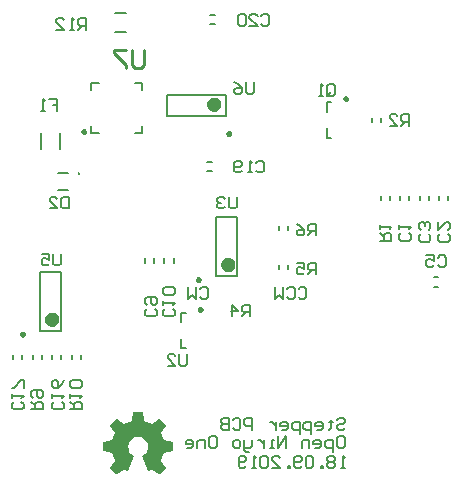
<source format=gbo>
%FSTAX23Y23*%
%MOIN*%
%SFA1B1*%

%IPPOS*%
%ADD10C,0.007870*%
%ADD50C,0.005910*%
%ADD58C,0.009840*%
%ADD59C,0.010000*%
%ADD60C,0.003940*%
%ADD61C,0.023620*%
%LNstepperpcb-1*%
%LPD*%
G36*
X00546Y00277D02*
X00546Y00276D01*
X00546*
X00552Y00248*
X00552Y00247*
X00552Y00247*
X00576Y00237*
X00576Y00237*
X00577Y00237*
X00577Y00237*
X00601Y00253*
X00602Y00254*
X00603Y00253*
X00603Y00253*
X00623Y00233*
X00623Y00232*
X00623Y00231*
X00623Y00231*
X00607Y00207*
X00607Y00207*
X00607Y00206*
X00617Y00183*
X00617Y00182*
X00618Y00182*
X00618Y00182*
X00646Y00176*
X00646Y00176*
X00647Y00175*
X00647*
X00647Y00147*
X00646Y00145*
X00646Y00145*
Y00145*
X00618Y0014*
X00617Y00139*
X00617Y00139*
X00607Y00115*
X00607Y00115*
X00607Y00114*
X00607Y00114*
X00623Y00091*
X00623Y0009*
X00623Y00089*
X00623Y00089*
X00603Y00068*
X00602Y00068*
X00601Y00068*
X00601Y00068*
X00577Y00084*
X00576Y00085*
X00576Y00084*
X00565Y0008*
X00565Y0008*
X00563Y0008*
X00563Y00081*
X00544Y00129*
X00543Y0013*
X00544Y00131*
X00544Y00131*
X00544Y00131*
X00547Y00132*
X00554Y00137*
X00559Y00144*
X00563Y00152*
X00564Y00161*
X00563Y00169*
X00559Y00177*
X00554Y00184*
X00547Y00189*
X00539Y00193*
X00531Y00194*
X00522Y00193*
X00514Y00189*
X00507Y00184*
X00502Y00177*
X00499Y00169*
X00497Y00161*
X00499Y00152*
X00502Y00144*
X00507Y00137*
X00514Y00132*
X00517Y00131*
X00517Y00131*
X00517Y00131*
X00518Y0013*
X00518Y00129*
X00498Y00081*
X00498Y0008*
X00497Y0008*
X00496Y0008*
X00485Y00084*
X00485Y00085*
X00484Y00084*
X00484Y00084*
X0046Y00068*
X00459Y00068*
X00458Y00068*
X00458Y00069*
X00438Y00089*
X00438Y0009*
X00438Y00091*
X00438Y00091*
X00454Y00114*
X00454Y00115*
X00454Y00115*
X00445Y00139*
X00444Y00139*
X00443Y0014*
Y0014*
X00416Y00145*
X00415Y00145*
X00414Y00147*
X00414*
X00414Y00175*
X00415Y00176*
X00416Y00176*
X00416Y00176*
X00443Y00182*
X00444Y00182*
X00445Y00183*
X00454Y00206*
X00454Y00207*
X00454Y00207*
X00454Y00207*
X00438Y00231*
X00438Y00232*
X00438Y00233*
X00438Y00233*
X00458Y00253*
X00459Y00254*
X0046Y00253*
X0046Y00253*
X00484Y00237*
X00485Y00237*
X00485Y00237*
X00509Y00247*
X00509Y00247*
X0051Y00248*
X00509Y00248*
X00515Y00276*
X00515Y00277*
X00516Y00277*
Y00277*
X00545Y00277*
X00546Y00277*
G37*
G54D10*
X01565Y00982D02*
Y00997D01*
X01534Y00982D02*
Y00997D01*
X01517Y00725D02*
X01532D01*
X01517Y00694D02*
X01532D01*
X00675Y00488D02*
Y0052D01*
Y00488D02*
X0069D01*
X00675Y00575D02*
Y00606D01*
X0069*
X00114Y00452D02*
Y00467D01*
X00145Y00452D02*
Y00467D01*
X01031Y00883D02*
Y00897D01*
X00999Y00883D02*
Y00897D01*
X00791Y00728D02*
X00862D01*
Y00925*
X00791Y00728D02*
Y00925D01*
X00862*
X00999Y00753D02*
Y00767D01*
X01031Y00753D02*
Y00767D01*
X00553Y00774D02*
Y0079D01*
X00584Y00774D02*
Y0079D01*
X00618Y00774D02*
Y0079D01*
X0065Y00774D02*
Y0079D01*
X00626Y01263D02*
Y01334D01*
Y01263D02*
X00823D01*
X00626Y01334D02*
X00823D01*
Y01263D02*
Y01334D01*
X00455Y01543D02*
X00489D01*
X00455Y01607D02*
X00489D01*
X00762Y0111D02*
X00777D01*
X00762Y01079D02*
X00777D01*
X00204Y00546D02*
X00275D01*
X00204D02*
Y00743D01*
X00275Y00546D02*
Y00743D01*
X00204D02*
X00275D01*
X0116Y0119D02*
X01175D01*
X0116D02*
Y01222D01*
Y01309D02*
X01175D01*
X0116Y01277D02*
Y01309D01*
X01341Y01243D02*
Y01257D01*
X01309Y01243D02*
Y01257D01*
X00263Y01072D02*
X00296D01*
X00263Y01017D02*
X00296D01*
X00772Y016D02*
X00787D01*
X00772Y01569D02*
X00787D01*
X00275Y00452D02*
Y00467D01*
X00244Y00452D02*
Y00467D01*
X00179Y00453D02*
Y00467D01*
X00211Y00453D02*
Y00467D01*
X00341Y00453D02*
Y00467D01*
X00309Y00453D02*
Y00467D01*
X01469Y00982D02*
Y00997D01*
X015Y00982D02*
Y00997D01*
X01404Y00982D02*
Y00997D01*
X01435Y00982D02*
Y00997D01*
X01339Y00983D02*
Y00997D01*
X01371Y00983D02*
Y00997D01*
G54D50*
X00375Y01205D02*
Y01229D01*
Y01205D02*
X00399D01*
X0052D02*
X00544D01*
Y01229*
Y0135D02*
Y01374D01*
X0052D02*
X00544D01*
X00375Y0135D02*
Y01374D01*
X00399*
X00208Y01152D02*
Y01207D01*
X00271Y01152D02*
Y01207D01*
X00695Y00469D02*
Y00436D01*
X00688Y0043*
X00675*
X00668Y00436*
Y00469*
X00629Y0043D02*
X00655D01*
X00629Y00456*
Y00462*
X00635Y00469*
X00649*
X00655Y00462*
X00275Y00804D02*
Y00771D01*
X00268Y00765*
X00255*
X00248Y00771*
Y00804*
X00209D02*
X00235D01*
Y00784*
X00222Y00791*
X00215*
X00209Y00784*
Y00771*
X00215Y00765*
X00229*
X00235Y00771*
X00305Y00285D02*
X00344D01*
Y00304*
X00337Y00311*
X00324*
X00318Y00304*
Y00285*
Y00298D02*
X00305Y00311D01*
Y00324D02*
Y00337D01*
Y0033*
X00344*
X00337Y00324*
Y00357D02*
X00344Y00363D01*
Y00376*
X00337Y00383*
X00311*
X00305Y00376*
Y00363*
X00311Y00357*
X00337*
X00175Y00285D02*
X00214D01*
Y00304*
X00207Y00311*
X00194*
X00188Y00304*
Y00285*
Y00298D02*
X00175Y00311D01*
X00181Y00324D02*
X00175Y0033D01*
Y00344*
X00181Y0035*
X00207*
X00214Y00344*
Y0033*
X00207Y00324*
X00201*
X00194Y0033*
Y0035*
X01435Y0123D02*
Y01269D01*
X01415*
X01408Y01262*
Y01249*
X01415Y01243*
X01435*
X01421D02*
X01408Y0123D01*
X01369D02*
X01395D01*
X01369Y01256*
Y01262*
X01375Y01269*
X01389*
X01395Y01262*
X01336Y00846D02*
X01375D01*
Y00866*
X01369Y00872*
X01356*
X01349Y00866*
Y00846*
Y00859D02*
X01336Y00872D01*
Y00885D02*
Y00898D01*
Y00892*
X01375*
X01369Y00885*
X00233Y01318D02*
X00259D01*
Y01299*
X00246*
X00259*
Y01279*
X0022D02*
X00207D01*
X00213*
Y01318*
X0022Y01312*
X00301Y00994D02*
Y00955D01*
X00282*
X00275Y00961*
Y00987*
X00282Y00994*
X00301*
X00236Y00955D02*
X00262D01*
X00236Y00981*
Y00987*
X00242Y00994*
X00255*
X00262Y00987*
X00923Y01107D02*
X0093Y01114D01*
X00943*
X0095Y01107*
Y01081*
X00943Y01075*
X0093*
X00923Y01081*
X0091Y01075D02*
X00897D01*
X00904*
Y01114*
X0091Y01107*
X00877Y01081D02*
X00871Y01075D01*
X00858*
X00851Y01081*
Y01107*
X00858Y01114*
X00871*
X00877Y01107*
Y01101*
X00871Y01094*
X00851*
X00142Y00311D02*
X00149Y00304D01*
Y00291*
X00142Y00285*
X00116*
X0011Y00291*
Y00304*
X00116Y00311*
X0011Y00324D02*
Y00337D01*
Y0033*
X00149*
X00142Y00324*
X00149Y00357D02*
Y00383D01*
X00142*
X00116Y00357*
X0011*
X00277Y00311D02*
X00284Y00304D01*
Y00291*
X00277Y00285*
X00251*
X00245Y00291*
Y00304*
X00251Y00311*
X00245Y00324D02*
Y00337D01*
Y0033*
X00284*
X00277Y00324*
X00284Y00383D02*
X00277Y0037D01*
X00264Y00357*
X00251*
X00245Y00363*
Y00376*
X00251Y00383*
X00258*
X00264Y00376*
Y00357*
X00647Y00621D02*
X00654Y00614D01*
Y00601*
X00647Y00595*
X00621*
X00615Y00601*
Y00614*
X00621Y00621*
X00615Y00634D02*
Y00647D01*
Y0064*
X00654*
X00647Y00634*
Y00667D02*
X00654Y00673D01*
Y00686*
X00647Y00693*
X00621*
X00615Y00686*
Y00673*
X00621Y00667*
X00647*
X01564Y0087D02*
X0157Y00864D01*
Y00851*
X01564Y00844*
X01538*
X01531Y00851*
Y00864*
X01538Y0087*
X01531Y0091D02*
Y00883D01*
X01557Y0091*
X01564*
X0157Y00903*
Y0089*
X01564Y00883*
X01434Y00872D02*
X0144Y00866D01*
Y00853*
X01434Y00846*
X01408*
X01401Y00853*
Y00866*
X01408Y00872*
X01401Y00885D02*
Y00898D01*
Y00892*
X0144*
X01434Y00885*
X0153Y00791D02*
X01536Y00798D01*
X01549*
X01556Y00791*
Y00765*
X01549Y00759*
X01536*
X0153Y00765*
X0149Y00798D02*
X01516D01*
Y00778*
X01503Y00785*
X01497*
X0149Y00778*
Y00765*
X01497Y00759*
X0151*
X01516Y00765*
X00942Y01597D02*
X00948Y01604D01*
X00961*
X00968Y01597*
Y01571*
X00961Y01564*
X00948*
X00942Y01571*
X00902Y01564D02*
X00929D01*
X00902Y01591*
Y01597*
X00909Y01604*
X00922*
X00929Y01597*
X00889D02*
X00883Y01604D01*
X0087*
X00863Y01597*
Y01571*
X0087Y01564*
X00883*
X00889Y01571*
Y01597*
X00587Y00621D02*
X00594Y00614D01*
Y00601*
X00587Y00595*
X00561*
X00555Y00601*
Y00614*
X00561Y00621*
Y00634D02*
X00555Y0064D01*
Y00654*
X00561Y0066*
X00587*
X00594Y00654*
Y0064*
X00587Y00634*
X00581*
X00574Y0064*
Y0066*
X00917Y01375D02*
Y01343D01*
X0091Y01336*
X00897*
X00891Y01343*
Y01375*
X00851D02*
X00864Y01369D01*
X00877Y01356*
Y01343*
X00871Y01336*
X00858*
X00851Y01343*
Y01349*
X00858Y01356*
X00877*
X0086Y00994D02*
Y00961D01*
X00853Y00955*
X0084*
X00833Y00961*
Y00994*
X0082Y00987D02*
X00814Y00994D01*
X008*
X00794Y00987*
Y00981*
X008Y00974*
X00807*
X008*
X00794Y00968*
Y00961*
X008Y00955*
X00814*
X0082Y00961*
X00356Y01551D02*
Y0159D01*
X00336*
X0033Y01583*
Y0157*
X00336Y01564*
X00356*
X00343D02*
X0033Y01551D01*
X00316D02*
X00303D01*
X0031*
Y0159*
X00316Y01583*
X00257Y01551D02*
X00284D01*
X00257Y01577*
Y01583*
X00264Y0159*
X00277*
X00284Y01583*
X01125Y00865D02*
Y00904D01*
X01105*
X01098Y00897*
Y00884*
X01105Y00878*
X01125*
X01111D02*
X01098Y00865D01*
X01059Y00904D02*
X01072Y00897D01*
X01085Y00884*
Y00871*
X01079Y00865*
X01065*
X01059Y00871*
Y00878*
X01065Y00884*
X01085*
X01125Y00735D02*
Y00774D01*
X01105*
X01098Y00767*
Y00754*
X01105Y00748*
X01125*
X01111D02*
X01098Y00735D01*
X01059Y00774D02*
X01085D01*
Y00754*
X01072Y00761*
X01065*
X01059Y00754*
Y00741*
X01065Y00735*
X01079*
X01085Y00741*
X00904Y00595D02*
Y00634D01*
X00885*
X00878Y00627*
Y00614*
X00885Y00608*
X00904*
X00891D02*
X00878Y00595D01*
X00845D02*
Y00634D01*
X00865Y00614*
X00839*
X01161Y01336D02*
Y01362D01*
X01168Y01369*
X01181*
X01187Y01362*
Y01336*
X01181Y0133*
X01168*
X01174Y01343D02*
X01161Y0133D01*
X01168D02*
X01161Y01336D01*
X01148Y0133D02*
X01135D01*
X01141*
Y01369*
X01148Y01362*
X01499Y0087D02*
X01505Y00864D01*
Y00851*
X01499Y00844*
X01473*
X01466Y00851*
Y00864*
X01473Y0087*
X01499Y00883D02*
X01505Y0089D01*
Y00903*
X01499Y0091*
X01492*
X01486Y00903*
Y00896*
Y00903*
X01479Y0091*
X01473*
X01466Y00903*
Y0089*
X01473Y00883*
X0122Y0009D02*
X01207D01*
X01213*
Y00129*
X0122Y00123*
X01187D02*
X01181Y00129D01*
X01168*
X01161Y00123*
Y00116*
X01168Y0011*
X01161Y00103*
Y00097*
X01168Y0009*
X01181*
X01187Y00097*
Y00103*
X01181Y0011*
X01187Y00116*
Y00123*
X01181Y0011D02*
X01168D01*
X01148Y0009D02*
Y00097D01*
X01141*
Y0009*
X01148*
X01115Y00123D02*
X01108Y00129D01*
X01095*
X01089Y00123*
Y00097*
X01095Y0009*
X01108*
X01115Y00097*
Y00123*
X01076Y00097D02*
X01069Y0009D01*
X01056*
X01049Y00097*
Y00123*
X01056Y00129*
X01069*
X01076Y00123*
Y00116*
X01069Y0011*
X01049*
X01036Y0009D02*
Y00097D01*
X0103*
Y0009*
X01036*
X00977D02*
X01004D01*
X00977Y00116*
Y00123*
X00984Y00129*
X00997*
X01004Y00123*
X00964D02*
X00958Y00129D01*
X00944*
X00938Y00123*
Y00097*
X00944Y0009*
X00958*
X00964Y00097*
Y00123*
X00925Y0009D02*
X00912D01*
X00918*
Y00129*
X00925Y00123*
X00892Y00097D02*
X00885Y0009D01*
X00872*
X00866Y00097*
Y00123*
X00872Y00129*
X00885*
X00892Y00123*
Y00116*
X00885Y0011*
X00866*
X012Y00196D02*
X01213D01*
X0122Y0019*
Y00164*
X01213Y00157*
X012*
X01194Y00164*
Y0019*
X012Y00196*
X01181Y00144D02*
Y00183D01*
X01161*
X01154Y00177*
Y00164*
X01161Y00157*
X01181*
X01122D02*
X01135D01*
X01141Y00164*
Y00177*
X01135Y00183*
X01122*
X01115Y00177*
Y0017*
X01141*
X01102Y00157D02*
Y00183D01*
X01082*
X01076Y00177*
Y00157*
X01023D02*
Y00196D01*
X00997Y00157*
Y00196*
X00984Y00157D02*
X00971D01*
X00977*
Y00183*
X00984*
X00951D02*
Y00157D01*
Y0017*
X00944Y00177*
X00938Y00183*
X00931*
X00912D02*
Y00164D01*
X00905Y00157*
X00885*
Y0015*
X00892Y00144*
X00899*
X00885Y00157D02*
Y00183D01*
X00866Y00157D02*
X00853D01*
X00846Y00164*
Y00177*
X00853Y00183*
X00866*
X00872Y00177*
Y00164*
X00866Y00157*
X00774Y00196D02*
X00787D01*
X00794Y0019*
Y00164*
X00787Y00157*
X00774*
X00767Y00164*
Y0019*
X00774Y00196*
X00754Y00157D02*
Y00183D01*
X00735*
X00728Y00177*
Y00157*
X00695D02*
X00708D01*
X00715Y00164*
Y00177*
X00708Y00183*
X00695*
X00689Y00177*
Y0017*
X00715*
X01066Y00686D02*
X01072Y00692D01*
X01085*
X01092Y00686*
Y0066*
X01085Y00653*
X01072*
X01066Y0066*
X01026Y00686D02*
X01033Y00692D01*
X01046*
X01053Y00686*
Y0066*
X01046Y00653*
X01033*
X01026Y0066*
X01013Y00692D02*
Y00653D01*
X01Y00666*
X00987Y00653*
Y00692*
X00737Y00686D02*
X00744Y00692D01*
X00757*
X00763Y00686*
Y0066*
X00757Y00653*
X00744*
X00737Y0066*
X00724Y00692D02*
Y00653D01*
X00711Y00666*
X00698Y00653*
Y00692*
X01194Y00249D02*
X012Y00255D01*
X01213*
X0122Y00249*
Y00242*
X01213Y00236*
X012*
X01194Y00229*
Y00223*
X012Y00216*
X01213*
X0122Y00223*
X01174Y00249D02*
Y00242D01*
X01181*
X01168*
X01174*
Y00223*
X01168Y00216*
X01128D02*
X01141D01*
X01148Y00223*
Y00236*
X01141Y00242*
X01128*
X01122Y00236*
Y00229*
X01148*
X01108Y00203D02*
Y00242D01*
X01089*
X01082Y00236*
Y00223*
X01089Y00216*
X01108*
X01069Y00203D02*
Y00242D01*
X01049*
X01043Y00236*
Y00223*
X01049Y00216*
X01069*
X0101D02*
X01023D01*
X0103Y00223*
Y00236*
X01023Y00242*
X0101*
X01004Y00236*
Y00229*
X0103*
X0099Y00242D02*
Y00216D01*
Y00229*
X00984Y00236*
X00977Y00242*
X00971*
X00912Y00216D02*
Y00255D01*
X00892*
X00885Y00249*
Y00236*
X00892Y00229*
X00912*
X00846Y00249D02*
X00853Y00255D01*
X00866*
X00872Y00249*
Y00223*
X00866Y00216*
X00853*
X00846Y00223*
X00833Y00255D02*
Y00216D01*
X00813*
X00807Y00223*
Y00229*
X00813Y00236*
X00833*
X00813*
X00807Y00242*
Y00249*
X00813Y00255*
X00833*
G54D58*
X00354Y01211D02*
D01*
X00354Y01211*
X00354Y01211*
X00354Y01212*
X00354Y01212*
X00354Y01212*
X00354Y01213*
X00354Y01213*
X00353Y01213*
X00353Y01214*
X00353Y01214*
X00353Y01214*
X00353Y01214*
X00352Y01215*
X00352Y01215*
X00352Y01215*
X00351Y01215*
X00351Y01215*
X00351Y01215*
X0035Y01216*
X0035Y01216*
X0035Y01216*
X00349Y01216*
X00349*
X00349Y01216*
X00348Y01216*
X00348Y01216*
X00348Y01215*
X00347Y01215*
X00347Y01215*
X00347Y01215*
X00347Y01215*
X00346Y01215*
X00346Y01214*
X00346Y01214*
X00346Y01214*
X00345Y01214*
X00345Y01213*
X00345Y01213*
X00345Y01213*
X00345Y01212*
X00345Y01212*
X00344Y01212*
X00344Y01211*
X00344Y01211*
X00344Y01211*
X00344Y0121*
X00344Y0121*
X00344Y0121*
X00345Y01209*
X00345Y01209*
X00345Y01209*
X00345Y01208*
X00345Y01208*
X00345Y01208*
X00346Y01208*
X00346Y01207*
X00346Y01207*
X00346Y01207*
X00347Y01207*
X00347Y01206*
X00347Y01206*
X00347Y01206*
X00348Y01206*
X00348Y01206*
X00348Y01206*
X00349Y01206*
X00349Y01206*
X00349*
X0035Y01206*
X0035Y01206*
X0035Y01206*
X00351Y01206*
X00351Y01206*
X00351Y01206*
X00352Y01206*
X00352Y01207*
X00352Y01207*
X00353Y01207*
X00353Y01207*
X00353Y01208*
X00353Y01208*
X00353Y01208*
X00354Y01208*
X00354Y01209*
X00354Y01209*
X00354Y01209*
X00354Y0121*
X00354Y0121*
X00354Y0121*
X00354Y01211*
X00743Y00618D02*
D01*
X00743Y00618*
X00743Y00619*
X00743Y00619*
X00742Y00619*
X00742Y0062*
X00742Y0062*
X00742Y0062*
X00742Y00621*
X00742Y00621*
X00741Y00621*
X00741Y00621*
X00741Y00622*
X00741Y00622*
X0074Y00622*
X0074Y00622*
X0074Y00622*
X0074Y00623*
X00739Y00623*
X00739Y00623*
X00739Y00623*
X00738Y00623*
X00738Y00623*
X00738*
X00737Y00623*
X00737Y00623*
X00736Y00623*
X00736Y00623*
X00736Y00623*
X00736Y00622*
X00735Y00622*
X00735Y00622*
X00735Y00622*
X00734Y00622*
X00734Y00621*
X00734Y00621*
X00734Y00621*
X00734Y00621*
X00733Y0062*
X00733Y0062*
X00733Y0062*
X00733Y00619*
X00733Y00619*
X00733Y00619*
X00733Y00618*
X00733Y00618*
X00733Y00618*
X00733Y00617*
X00733Y00617*
X00733Y00617*
X00733Y00616*
X00733Y00616*
X00733Y00616*
X00734Y00615*
X00734Y00615*
X00734Y00615*
X00734Y00615*
X00734Y00614*
X00735Y00614*
X00735Y00614*
X00735Y00614*
X00736Y00614*
X00736Y00613*
X00736Y00613*
X00736Y00613*
X00737Y00613*
X00737Y00613*
X00738Y00613*
X00738*
X00738Y00613*
X00739Y00613*
X00739Y00613*
X00739Y00613*
X0074Y00613*
X0074Y00614*
X0074Y00614*
X0074Y00614*
X00741Y00614*
X00741Y00614*
X00741Y00615*
X00741Y00615*
X00742Y00615*
X00742Y00615*
X00742Y00616*
X00742Y00616*
X00742Y00616*
X00742Y00617*
X00743Y00617*
X00743Y00617*
X00743Y00618*
X00743Y00618*
X00737Y00718D02*
D01*
X00737Y00718*
X00737Y00718*
X00737Y00719*
X00737Y00719*
X00736Y00719*
X00736Y0072*
X00736Y0072*
X00736Y0072*
X00736Y00721*
X00736Y00721*
X00735Y00721*
X00735Y00721*
X00735Y00722*
X00735Y00722*
X00734Y00722*
X00734Y00722*
X00734Y00722*
X00733Y00722*
X00733Y00723*
X00733Y00723*
X00732Y00723*
X00732Y00723*
X00732*
X00731Y00723*
X00731Y00723*
X00731Y00723*
X0073Y00722*
X0073Y00722*
X0073Y00722*
X00729Y00722*
X00729Y00722*
X00729Y00722*
X00728Y00721*
X00728Y00721*
X00728Y00721*
X00728Y00721*
X00728Y0072*
X00727Y0072*
X00727Y0072*
X00727Y00719*
X00727Y00719*
X00727Y00719*
X00727Y00718*
X00727Y00718*
X00727Y00718*
X00727Y00717*
X00727Y00717*
X00727Y00717*
X00727Y00716*
X00727Y00716*
X00727Y00716*
X00727Y00716*
X00728Y00715*
X00728Y00715*
X00728Y00715*
X00728Y00714*
X00728Y00714*
X00729Y00714*
X00729Y00714*
X00729Y00714*
X0073Y00713*
X0073Y00713*
X0073Y00713*
X00731Y00713*
X00731Y00713*
X00731Y00713*
X00732Y00713*
X00732*
X00732Y00713*
X00733Y00713*
X00733Y00713*
X00733Y00713*
X00734Y00713*
X00734Y00713*
X00734Y00714*
X00735Y00714*
X00735Y00714*
X00735Y00714*
X00735Y00714*
X00736Y00715*
X00736Y00715*
X00736Y00715*
X00736Y00716*
X00736Y00716*
X00736Y00716*
X00737Y00716*
X00737Y00717*
X00737Y00717*
X00737Y00717*
X00737Y00718*
X00838Y01204D02*
D01*
X00838Y01204*
X00838Y01204*
X00838Y01205*
X00838Y01205*
X00838Y01205*
X00837Y01206*
X00837Y01206*
X00837Y01206*
X00837Y01207*
X00837Y01207*
X00837Y01207*
X00836Y01207*
X00836Y01208*
X00836Y01208*
X00835Y01208*
X00835Y01208*
X00835Y01208*
X00834Y01208*
X00834Y01208*
X00834Y01209*
X00833Y01209*
X00833Y01209*
X00833*
X00832Y01209*
X00832Y01209*
X00832Y01208*
X00831Y01208*
X00831Y01208*
X00831Y01208*
X00831Y01208*
X0083Y01208*
X0083Y01208*
X0083Y01207*
X00829Y01207*
X00829Y01207*
X00829Y01207*
X00829Y01206*
X00829Y01206*
X00828Y01206*
X00828Y01205*
X00828Y01205*
X00828Y01205*
X00828Y01204*
X00828Y01204*
X00828Y01204*
X00828Y01203*
X00828Y01203*
X00828Y01203*
X00828Y01202*
X00828Y01202*
X00828Y01202*
X00829Y01201*
X00829Y01201*
X00829Y01201*
X00829Y01201*
X00829Y012*
X0083Y012*
X0083Y012*
X0083Y012*
X00831Y01199*
X00831Y01199*
X00831Y01199*
X00831Y01199*
X00832Y01199*
X00832Y01199*
X00832Y01199*
X00833Y01199*
X00833*
X00833Y01199*
X00834Y01199*
X00834Y01199*
X00834Y01199*
X00835Y01199*
X00835Y01199*
X00835Y01199*
X00836Y012*
X00836Y012*
X00836Y012*
X00837Y012*
X00837Y01201*
X00837Y01201*
X00837Y01201*
X00837Y01201*
X00837Y01202*
X00838Y01202*
X00838Y01202*
X00838Y01203*
X00838Y01203*
X00838Y01203*
X00838Y01204*
X0015Y00536D02*
D01*
X0015Y00536*
X0015Y00537*
X0015Y00537*
X0015Y00537*
X0015Y00538*
X0015Y00538*
X00149Y00538*
X00149Y00539*
X00149Y00539*
X00149Y00539*
X00149Y00539*
X00148Y0054*
X00148Y0054*
X00148Y0054*
X00147Y0054*
X00147Y0054*
X00147Y00541*
X00147Y00541*
X00146Y00541*
X00146Y00541*
X00146Y00541*
X00145Y00541*
X00145*
X00144Y00541*
X00144Y00541*
X00144Y00541*
X00143Y00541*
X00143Y00541*
X00143Y0054*
X00143Y0054*
X00142Y0054*
X00142Y0054*
X00142Y0054*
X00141Y00539*
X00141Y00539*
X00141Y00539*
X00141Y00539*
X00141Y00538*
X00141Y00538*
X0014Y00538*
X0014Y00537*
X0014Y00537*
X0014Y00537*
X0014Y00536*
X0014Y00536*
X0014Y00536*
X0014Y00535*
X0014Y00535*
X0014Y00535*
X0014Y00534*
X00141Y00534*
X00141Y00534*
X00141Y00533*
X00141Y00533*
X00141Y00533*
X00141Y00533*
X00142Y00532*
X00142Y00532*
X00142Y00532*
X00143Y00532*
X00143Y00532*
X00143Y00531*
X00143Y00531*
X00144Y00531*
X00144Y00531*
X00144Y00531*
X00145Y00531*
X00145*
X00146Y00531*
X00146Y00531*
X00146Y00531*
X00147Y00531*
X00147Y00531*
X00147Y00532*
X00147Y00532*
X00148Y00532*
X00148Y00532*
X00148Y00532*
X00149Y00533*
X00149Y00533*
X00149Y00533*
X00149Y00533*
X00149Y00534*
X0015Y00534*
X0015Y00534*
X0015Y00535*
X0015Y00535*
X0015Y00535*
X0015Y00536*
X0015Y00536*
X01228Y0132D02*
D01*
X01228Y01321*
X01228Y01321*
X01228Y01321*
X01227Y01322*
X01227Y01322*
X01227Y01322*
X01227Y01323*
X01227Y01323*
X01227Y01323*
X01226Y01324*
X01226Y01324*
X01226Y01324*
X01226Y01324*
X01225Y01324*
X01225Y01325*
X01225Y01325*
X01225Y01325*
X01224Y01325*
X01224Y01325*
X01224Y01325*
X01223Y01325*
X01223Y01325*
X01223*
X01222Y01325*
X01222Y01325*
X01221Y01325*
X01221Y01325*
X01221Y01325*
X01221Y01325*
X0122Y01325*
X0122Y01324*
X0122Y01324*
X01219Y01324*
X01219Y01324*
X01219Y01324*
X01219Y01323*
X01219Y01323*
X01218Y01323*
X01218Y01322*
X01218Y01322*
X01218Y01322*
X01218Y01321*
X01218Y01321*
X01218Y01321*
X01218Y0132*
X01218Y0132*
X01218Y0132*
X01218Y01319*
X01218Y01319*
X01218Y01319*
X01218Y01318*
X01218Y01318*
X01219Y01318*
X01219Y01317*
X01219Y01317*
X01219Y01317*
X01219Y01317*
X0122Y01316*
X0122Y01316*
X0122Y01316*
X01221Y01316*
X01221Y01316*
X01221Y01316*
X01221Y01316*
X01222Y01316*
X01222Y01315*
X01223Y01315*
X01223*
X01223Y01315*
X01224Y01316*
X01224Y01316*
X01224Y01316*
X01225Y01316*
X01225Y01316*
X01225Y01316*
X01225Y01316*
X01226Y01316*
X01226Y01317*
X01226Y01317*
X01226Y01317*
X01227Y01317*
X01227Y01318*
X01227Y01318*
X01227Y01318*
X01227Y01319*
X01227Y01319*
X01228Y01319*
X01228Y0132*
X01228Y0132*
X01228Y0132*
G54D59*
X00552Y01482D02*
Y01432D01*
X00542Y01422*
X00522*
X00512Y01432*
Y01482*
X00492D02*
X00452D01*
Y01472*
X00492Y01432*
Y01422*
G54D60*
X00334Y01073D02*
D01*
X00334Y01073*
X00334Y01073*
X00334Y01073*
X00334Y01073*
X00334Y01073*
X00334Y01073*
X00334Y01074*
X00334Y01074*
X00333Y01074*
X00333Y01074*
X00333Y01074*
X00333Y01074*
X00333Y01074*
X00333Y01074*
X00333Y01074*
X00333Y01074*
X00333Y01074*
X00332Y01075*
X00332Y01075*
X00332Y01075*
X00332Y01075*
X00332Y01075*
X00332*
X00332Y01075*
X00332Y01075*
X00331Y01075*
X00331Y01075*
X00331Y01074*
X00331Y01074*
X00331Y01074*
X00331Y01074*
X00331Y01074*
X00331Y01074*
X0033Y01074*
X0033Y01074*
X0033Y01074*
X0033Y01074*
X0033Y01074*
X0033Y01073*
X0033Y01073*
X0033Y01073*
X0033Y01073*
X0033Y01073*
X0033Y01073*
X0033Y01073*
X0033Y01073*
X0033Y01072*
X0033Y01072*
X0033Y01072*
X0033Y01072*
X0033Y01072*
X0033Y01072*
X0033Y01072*
X0033Y01071*
X0033Y01071*
X0033Y01071*
X00331Y01071*
X00331Y01071*
X00331Y01071*
X00331Y01071*
X00331Y01071*
X00331Y01071*
X00331Y01071*
X00331Y01071*
X00332Y01071*
X00332Y01071*
X00332Y01071*
X00332*
X00332Y01071*
X00332Y01071*
X00332Y01071*
X00332Y01071*
X00333Y01071*
X00333Y01071*
X00333Y01071*
X00333Y01071*
X00333Y01071*
X00333Y01071*
X00333Y01071*
X00333Y01071*
X00333Y01071*
X00334Y01072*
X00334Y01072*
X00334Y01072*
X00334Y01072*
X00334Y01072*
X00334Y01072*
X00334Y01072*
X00334Y01073*
X00334Y01073*
G54D61*
X00842Y00767D02*
D01*
X00842Y00768*
X00842Y00769*
X00842Y0077*
X00842Y0077*
X00841Y00771*
X00841Y00772*
X00841Y00773*
X0084Y00773*
X0084Y00774*
X00839Y00775*
X00839Y00775*
X00838Y00776*
X00837Y00777*
X00837Y00777*
X00836Y00777*
X00835Y00778*
X00835Y00778*
X00834Y00778*
X00833Y00779*
X00832Y00779*
X00831Y00779*
X00831Y00779*
X0083*
X00829Y00779*
X00828Y00779*
X00827Y00779*
X00827Y00778*
X00826Y00778*
X00825Y00778*
X00824Y00777*
X00824Y00777*
X00823Y00777*
X00822Y00776*
X00822Y00775*
X00821Y00775*
X00821Y00774*
X0082Y00773*
X0082Y00773*
X00819Y00772*
X00819Y00771*
X00819Y0077*
X00819Y0077*
X00819Y00769*
X00818Y00768*
X00818Y00767*
X00818Y00766*
X00819Y00766*
X00819Y00765*
X00819Y00764*
X00819Y00763*
X00819Y00762*
X0082Y00762*
X0082Y00761*
X00821Y0076*
X00821Y0076*
X00822Y00759*
X00822Y00758*
X00823Y00758*
X00824Y00757*
X00824Y00757*
X00825Y00757*
X00826Y00756*
X00827Y00756*
X00827Y00756*
X00828Y00756*
X00829Y00755*
X0083Y00755*
X00831*
X00831Y00755*
X00832Y00756*
X00833Y00756*
X00834Y00756*
X00835Y00756*
X00835Y00757*
X00836Y00757*
X00837Y00757*
X00837Y00758*
X00838Y00758*
X00839Y00759*
X00839Y0076*
X0084Y0076*
X0084Y00761*
X00841Y00762*
X00841Y00762*
X00841Y00763*
X00842Y00764*
X00842Y00765*
X00842Y00766*
X00842Y00766*
X00842Y00767*
X00795Y01302D02*
D01*
X00795Y01303*
X00795Y01304*
X00795Y01305*
X00795Y01305*
X00795Y01306*
X00794Y01307*
X00794Y01308*
X00794Y01308*
X00793Y01309*
X00793Y0131*
X00792Y0131*
X00791Y01311*
X00791Y01311*
X0079Y01312*
X00789Y01312*
X00789Y01313*
X00788Y01313*
X00787Y01313*
X00786Y01314*
X00786Y01314*
X00785Y01314*
X00784Y01314*
X00783*
X00782Y01314*
X00782Y01314*
X00781Y01314*
X0078Y01313*
X00779Y01313*
X00778Y01313*
X00778Y01312*
X00777Y01312*
X00776Y01311*
X00776Y01311*
X00775Y0131*
X00775Y0131*
X00774Y01309*
X00774Y01308*
X00773Y01308*
X00773Y01307*
X00772Y01306*
X00772Y01305*
X00772Y01305*
X00772Y01304*
X00772Y01303*
X00772Y01302*
X00772Y01301*
X00772Y013*
X00772Y013*
X00772Y01299*
X00772Y01298*
X00773Y01297*
X00773Y01297*
X00774Y01296*
X00774Y01295*
X00775Y01295*
X00775Y01294*
X00776Y01293*
X00776Y01293*
X00777Y01292*
X00778Y01292*
X00778Y01292*
X00779Y01291*
X0078Y01291*
X00781Y01291*
X00782Y01291*
X00782Y0129*
X00783Y0129*
X00784*
X00785Y0129*
X00786Y01291*
X00786Y01291*
X00787Y01291*
X00788Y01291*
X00789Y01292*
X00789Y01292*
X0079Y01292*
X00791Y01293*
X00791Y01293*
X00792Y01294*
X00793Y01295*
X00793Y01295*
X00794Y01296*
X00794Y01297*
X00794Y01297*
X00795Y01298*
X00795Y01299*
X00795Y013*
X00795Y013*
X00795Y01301*
X00795Y01302*
X00255Y00585D02*
D01*
X00255Y00586*
X00255Y00587*
X00255Y00588*
X00255Y00589*
X00255Y00589*
X00254Y0059*
X00254Y00591*
X00253Y00592*
X00253Y00592*
X00252Y00593*
X00252Y00594*
X00251Y00594*
X00251Y00595*
X0025Y00595*
X00249Y00596*
X00249Y00596*
X00248Y00596*
X00247Y00597*
X00246Y00597*
X00245Y00597*
X00245Y00597*
X00244Y00597*
X00243*
X00242Y00597*
X00241Y00597*
X00241Y00597*
X0024Y00597*
X00239Y00596*
X00238Y00596*
X00238Y00596*
X00237Y00595*
X00236Y00595*
X00236Y00594*
X00235Y00594*
X00234Y00593*
X00234Y00592*
X00233Y00592*
X00233Y00591*
X00233Y0059*
X00232Y00589*
X00232Y00589*
X00232Y00588*
X00232Y00587*
X00232Y00586*
X00232Y00585*
X00232Y00585*
X00232Y00584*
X00232Y00583*
X00232Y00582*
X00232Y00581*
X00233Y00581*
X00233Y0058*
X00233Y00579*
X00234Y00579*
X00234Y00578*
X00235Y00577*
X00236Y00577*
X00236Y00576*
X00237Y00576*
X00238Y00575*
X00238Y00575*
X00239Y00574*
X0024Y00574*
X00241Y00574*
X00241Y00574*
X00242Y00574*
X00243Y00574*
X00244*
X00245Y00574*
X00245Y00574*
X00246Y00574*
X00247Y00574*
X00248Y00574*
X00249Y00575*
X00249Y00575*
X0025Y00576*
X00251Y00576*
X00251Y00577*
X00252Y00577*
X00252Y00578*
X00253Y00579*
X00253Y00579*
X00254Y0058*
X00254Y00581*
X00255Y00581*
X00255Y00582*
X00255Y00583*
X00255Y00584*
X00255Y00585*
X00255Y00585*
M02*
</source>
